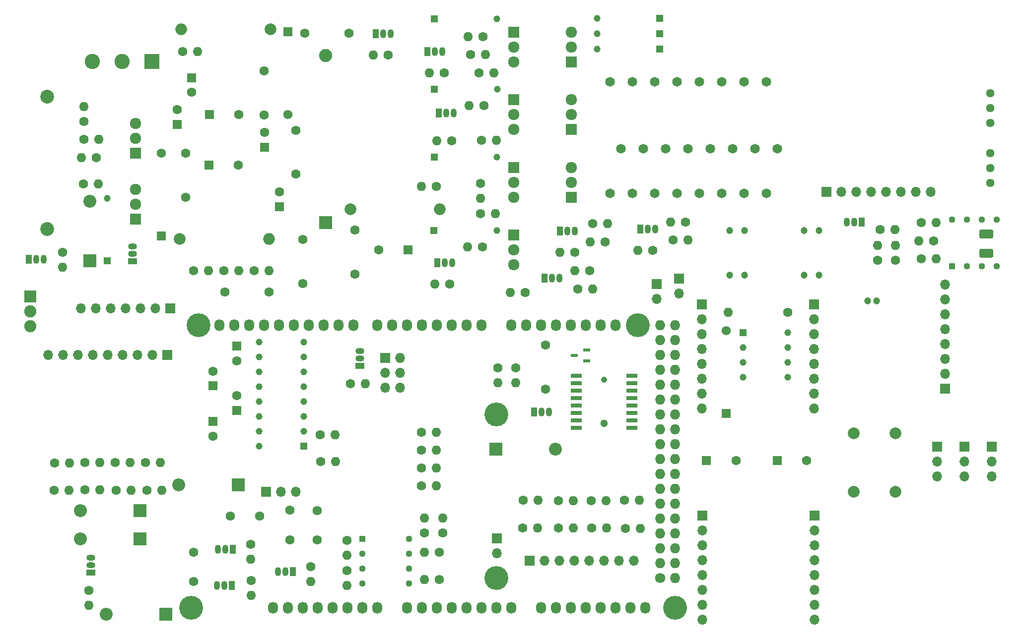
<source format=gbr>
%TF.GenerationSoftware,KiCad,Pcbnew,(6.0.0)*%
%TF.CreationDate,2022-07-15T19:40:24-07:00*%
%TF.ProjectId,AMS-Mega2560-Base,414d532d-4d65-4676-9132-3536302d4261,rev?*%
%TF.SameCoordinates,Original*%
%TF.FileFunction,Soldermask,Bot*%
%TF.FilePolarity,Negative*%
%FSLAX46Y46*%
G04 Gerber Fmt 4.6, Leading zero omitted, Abs format (unit mm)*
G04 Created by KiCad (PCBNEW (6.0.0)) date 2022-07-15 19:40:24*
%MOMM*%
%LPD*%
G01*
G04 APERTURE LIST*
G04 Aperture macros list*
%AMRoundRect*
0 Rectangle with rounded corners*
0 $1 Rounding radius*
0 $2 $3 $4 $5 $6 $7 $8 $9 X,Y pos of 4 corners*
0 Add a 4 corners polygon primitive as box body*
4,1,4,$2,$3,$4,$5,$6,$7,$8,$9,$2,$3,0*
0 Add four circle primitives for the rounded corners*
1,1,$1+$1,$2,$3*
1,1,$1+$1,$4,$5*
1,1,$1+$1,$6,$7*
1,1,$1+$1,$8,$9*
0 Add four rect primitives between the rounded corners*
20,1,$1+$1,$2,$3,$4,$5,0*
20,1,$1+$1,$4,$5,$6,$7,0*
20,1,$1+$1,$6,$7,$8,$9,0*
20,1,$1+$1,$8,$9,$2,$3,0*%
G04 Aperture macros list end*
%ADD10C,1.727200*%
%ADD11O,1.727200X1.727200*%
%ADD12O,1.727200X2.032000*%
%ADD13C,4.064000*%
%ADD14C,1.650000*%
%ADD15R,1.575000X1.575000*%
%ADD16C,1.575000*%
%ADD17R,2.200000X2.200000*%
%ADD18O,2.200000X2.200000*%
%ADD19R,1.050000X1.500000*%
%ADD20O,1.050000X1.500000*%
%ADD21C,1.600000*%
%ADD22O,1.600000X1.600000*%
%ADD23R,1.920000X1.920000*%
%ADD24C,1.920000*%
%ADD25R,1.600000X1.600000*%
%ADD26R,1.700000X1.700000*%
%ADD27O,1.700000X1.700000*%
%ADD28C,2.000000*%
%ADD29O,2.000000X2.000000*%
%ADD30R,1.500000X1.050000*%
%ADD31O,1.500000X1.050000*%
%ADD32R,2.250000X2.250000*%
%ADD33C,2.250000*%
%ADD34R,2.600000X2.600000*%
%ADD35C,2.600000*%
%ADD36C,1.200000*%
%ADD37R,1.150000X1.150000*%
%ADD38C,1.150000*%
%ADD39C,1.440000*%
%ADD40R,1.160000X1.160000*%
%ADD41C,1.160000*%
%ADD42R,2.085000X2.085000*%
%ADD43C,2.085000*%
%ADD44C,1.300000*%
%ADD45C,1.050000*%
%ADD46C,2.360000*%
%ADD47R,1.130000X1.130000*%
%ADD48C,1.130000*%
%ADD49R,1.250000X0.600000*%
%ADD50R,1.925000X0.650000*%
%ADD51RoundRect,0.250001X0.924999X-0.499999X0.924999X0.499999X-0.924999X0.499999X-0.924999X-0.499999X0*%
G04 APERTURE END LIST*
D10*
%TO.C,P4*%
X178021100Y-143971900D03*
D11*
X180561100Y-143971900D03*
X178021100Y-141431900D03*
X180561100Y-141431900D03*
X178021100Y-138891900D03*
X180561100Y-138891900D03*
X178021100Y-136351900D03*
X180561100Y-136351900D03*
X178021100Y-133811900D03*
X180561100Y-133811900D03*
X178021100Y-131271900D03*
X180561100Y-131271900D03*
X178021100Y-128731900D03*
X180561100Y-128731900D03*
X178021100Y-126191900D03*
X180561100Y-126191900D03*
X178021100Y-123651900D03*
X180561100Y-123651900D03*
X178021100Y-121111900D03*
X180561100Y-121111900D03*
X178021100Y-118571900D03*
X180561100Y-118571900D03*
X178021100Y-116031900D03*
X180561100Y-116031900D03*
X178021100Y-113491900D03*
X180561100Y-113491900D03*
X178021100Y-110951900D03*
X180561100Y-110951900D03*
X178021100Y-108411900D03*
X180561100Y-108411900D03*
X178021100Y-105871900D03*
X180561100Y-105871900D03*
X178021100Y-103331900D03*
X180561100Y-103331900D03*
X178021100Y-100791900D03*
X180561100Y-100791900D03*
%TD*%
D12*
%TO.C,P1*%
X111981100Y-149051900D03*
X114521100Y-149051900D03*
X117061100Y-149051900D03*
X119601100Y-149051900D03*
X122141100Y-149051900D03*
X124681100Y-149051900D03*
X127221100Y-149051900D03*
X129761100Y-149051900D03*
%TD*%
%TO.C,P2*%
X134841100Y-149051900D03*
X137381100Y-149051900D03*
X139921100Y-149051900D03*
X142461100Y-149051900D03*
X145001100Y-149051900D03*
X147541100Y-149051900D03*
X150081100Y-149051900D03*
X152621100Y-149051900D03*
%TD*%
%TO.C,P3*%
X157701100Y-149051900D03*
X160241100Y-149051900D03*
X162781100Y-149051900D03*
X165321100Y-149051900D03*
X167861100Y-149051900D03*
X170401100Y-149051900D03*
X172941100Y-149051900D03*
X175481100Y-149051900D03*
%TD*%
%TO.C,P5*%
X102837100Y-100791900D03*
X105377100Y-100791900D03*
X107917100Y-100791900D03*
X110457100Y-100791900D03*
X112997100Y-100791900D03*
X115537100Y-100791900D03*
X118077100Y-100791900D03*
X120617100Y-100791900D03*
X123157100Y-100791900D03*
X125697100Y-100791900D03*
%TD*%
%TO.C,P6*%
X129761100Y-100791900D03*
X132301100Y-100791900D03*
X134841100Y-100791900D03*
X137381100Y-100791900D03*
X139921100Y-100791900D03*
X142461100Y-100791900D03*
X145001100Y-100791900D03*
X147541100Y-100791900D03*
%TD*%
%TO.C,P7*%
X152621100Y-100791900D03*
X155161100Y-100791900D03*
X157701100Y-100791900D03*
X160241100Y-100791900D03*
X162781100Y-100791900D03*
X165321100Y-100791900D03*
X167861100Y-100791900D03*
X170401100Y-100791900D03*
%TD*%
D13*
%TO.C,P8*%
X98011100Y-149051900D03*
%TD*%
%TO.C,P9*%
X150081100Y-143971900D03*
%TD*%
%TO.C,P10*%
X180561100Y-149051900D03*
%TD*%
%TO.C,P11*%
X99281100Y-100791900D03*
%TD*%
%TO.C,P12*%
X150081100Y-116031900D03*
%TD*%
%TO.C,P13*%
X174211100Y-100791900D03*
%TD*%
D14*
%TO.C,J4*%
X196101600Y-78302400D03*
X198001600Y-70682400D03*
X196101600Y-59252400D03*
X192291600Y-78302400D03*
X194191600Y-70682400D03*
X192291600Y-59252400D03*
X188481600Y-78302400D03*
X190381600Y-70682400D03*
X188481600Y-59252400D03*
X184671600Y-78302400D03*
X186571600Y-70682400D03*
X184671600Y-59252400D03*
%TD*%
%TO.C,J5*%
X180857300Y-78302400D03*
X182757300Y-70682400D03*
X180857300Y-59252400D03*
X177047300Y-78302400D03*
X178947300Y-70682400D03*
X177047300Y-59252400D03*
X173237300Y-78302400D03*
X175137300Y-70682400D03*
X173237300Y-59252400D03*
X169427300Y-78302400D03*
X171327300Y-70682400D03*
X169427300Y-59252400D03*
%TD*%
D15*
%TO.C,D7*%
X92892200Y-85548400D03*
D16*
X92892200Y-71448400D03*
%TD*%
D17*
%TO.C,D10*%
X149922800Y-121993000D03*
D18*
X160082800Y-121993000D03*
%TD*%
D19*
%TO.C,Q8*%
X160890100Y-84718700D03*
D20*
X162160100Y-84718700D03*
X163430100Y-84718700D03*
%TD*%
D21*
%TO.C,R43*%
X168607800Y-86594000D03*
D22*
X166067800Y-86594000D03*
%TD*%
D17*
%TO.C,D1*%
X80706300Y-89808700D03*
D18*
X80706300Y-79648700D03*
%TD*%
D19*
%TO.C,Q16*%
X174624500Y-84413200D03*
D20*
X175894500Y-84413200D03*
X177164500Y-84413200D03*
%TD*%
D23*
%TO.C,Q13*%
X152969100Y-73847300D03*
D24*
X152969100Y-76387300D03*
X152969100Y-78927300D03*
%TD*%
D21*
%TO.C,R5*%
X108144700Y-138243300D03*
D22*
X108144700Y-140783300D03*
%TD*%
D21*
%TO.C,R65*%
X120056900Y-124116900D03*
D22*
X122596900Y-124116900D03*
%TD*%
D21*
%TO.C,R71*%
X172102200Y-135512100D03*
D22*
X174642200Y-135512100D03*
%TD*%
D21*
%TO.C,R56*%
X180195400Y-86247700D03*
D22*
X182735400Y-86247700D03*
%TD*%
D23*
%TO.C,Q6*%
X88471600Y-71436700D03*
D24*
X88471600Y-68896700D03*
X88471600Y-66356700D03*
%TD*%
D25*
%TO.C,C30*%
X197993900Y-123904500D03*
D21*
X202993900Y-123904500D03*
%TD*%
%TO.C,R59*%
X147774100Y-51494800D03*
D22*
X145234100Y-51494800D03*
%TD*%
D21*
%TO.C,R48*%
X147351500Y-76587800D03*
D22*
X147351500Y-79127800D03*
%TD*%
D21*
%TO.C,R64*%
X120006400Y-119516000D03*
D22*
X122546400Y-119516000D03*
%TD*%
D21*
%TO.C,R22*%
X139843100Y-77085100D03*
D22*
X137303100Y-77085100D03*
%TD*%
D21*
%TO.C,R41*%
X147061400Y-57723300D03*
D22*
X149601400Y-57723300D03*
%TD*%
D26*
%TO.C,J24*%
X181186800Y-92877800D03*
D27*
X181186800Y-95417800D03*
%TD*%
D28*
%TO.C,L2*%
X96052200Y-86102400D03*
D29*
X111292200Y-86102400D03*
%TD*%
D21*
%TO.C,R21*%
X79687400Y-66002600D03*
D22*
X79687400Y-63462600D03*
%TD*%
D21*
%TO.C,R61*%
X79730500Y-69077500D03*
D22*
X82270500Y-69077500D03*
%TD*%
D26*
%TO.C,T3*%
X185205600Y-133341400D03*
D27*
X185205600Y-135881400D03*
X185205600Y-138421400D03*
X185205600Y-140961400D03*
X185205600Y-143501400D03*
X185205600Y-146041400D03*
X185205600Y-148581400D03*
X185205600Y-151121400D03*
%TD*%
D15*
%TO.C,D8*%
X114476300Y-50716300D03*
D16*
X114476300Y-64816300D03*
%TD*%
D21*
%TO.C,R58*%
X145684100Y-54609900D03*
D22*
X148224100Y-54609900D03*
%TD*%
D19*
%TO.C,Q23*%
X70303900Y-89526600D03*
D20*
X71573900Y-89526600D03*
X72843900Y-89526600D03*
%TD*%
D30*
%TO.C,Q2*%
X80900100Y-143056000D03*
D31*
X80900100Y-141786000D03*
X80900100Y-140516000D03*
%TD*%
D32*
%TO.C,D6*%
X120888400Y-83319600D03*
D33*
X120888400Y-54719600D03*
%TD*%
D26*
%TO.C,J9*%
X110783000Y-129287000D03*
D27*
X113323000Y-129287000D03*
X115863000Y-129287000D03*
%TD*%
D30*
%TO.C,U2*%
X126761900Y-107716700D03*
D31*
X126761900Y-106446700D03*
X126761900Y-105176700D03*
%TD*%
D19*
%TO.C,Q24*%
X156465700Y-115613100D03*
D20*
X157735700Y-115613100D03*
X159005700Y-115613100D03*
%TD*%
D21*
%TO.C,L4*%
X199771300Y-98617200D03*
D22*
X189611300Y-98617200D03*
%TD*%
D19*
%TO.C,Q15*%
X140001700Y-90159900D03*
D20*
X141271700Y-90159900D03*
X142541700Y-90159900D03*
%TD*%
D21*
%TO.C,R31*%
X125172400Y-110772600D03*
D22*
X127712400Y-110772600D03*
%TD*%
D21*
%TO.C,R67*%
X137262100Y-122136700D03*
D22*
X139802100Y-122136700D03*
%TD*%
D21*
%TO.C,R24*%
X103527600Y-91520800D03*
D22*
X106067600Y-91520800D03*
%TD*%
D34*
%TO.C,J21*%
X91265200Y-55743100D03*
D35*
X86185200Y-55743100D03*
X81105200Y-55743100D03*
%TD*%
D26*
%TO.C,T4*%
X204282700Y-133341400D03*
D27*
X204282700Y-135881400D03*
X204282700Y-138421400D03*
X204282700Y-140961400D03*
X204282700Y-143501400D03*
X204282700Y-146041400D03*
X204282700Y-148581400D03*
X204282700Y-151121400D03*
%TD*%
D21*
%TO.C,C19*%
X103764500Y-95181000D03*
X111264500Y-95181000D03*
%TD*%
D36*
%TO.C,K1*%
X205074100Y-84663800D03*
X202534100Y-84663800D03*
X192374100Y-84663800D03*
X189834100Y-84663800D03*
X189834100Y-92283800D03*
X192374100Y-92283800D03*
X202534100Y-92283800D03*
X205074100Y-92283800D03*
%TD*%
D25*
%TO.C,C14*%
X113074300Y-80554800D03*
D21*
X113074300Y-78054800D03*
%TD*%
%TO.C,R46*%
X154933700Y-95182900D03*
D22*
X152393700Y-95182900D03*
%TD*%
D21*
%TO.C,R9*%
X118390500Y-142064600D03*
D22*
X118390500Y-144604600D03*
%TD*%
D21*
%TO.C,R72*%
X166193800Y-130785400D03*
D22*
X168733800Y-130785400D03*
%TD*%
D19*
%TO.C,Q19*%
X138302400Y-54077800D03*
D20*
X139572400Y-54077800D03*
X140842400Y-54077800D03*
%TD*%
D26*
%TO.C,J6*%
X93896800Y-105925600D03*
D27*
X91356800Y-105925600D03*
X88816800Y-105925600D03*
X86276800Y-105925600D03*
X83736800Y-105925600D03*
X81196800Y-105925600D03*
X78656800Y-105925600D03*
X76116800Y-105925600D03*
X73576800Y-105925600D03*
%TD*%
D21*
%TO.C,R37*%
X153369000Y-108072800D03*
D22*
X153369000Y-110612800D03*
%TD*%
D21*
%TO.C,C2*%
X119512100Y-132503500D03*
X119512100Y-137503500D03*
%TD*%
D23*
%TO.C,Q20*%
X152969100Y-50748700D03*
D24*
X152969100Y-53288700D03*
X152969100Y-55828700D03*
%TD*%
D21*
%TO.C,R33*%
X224611300Y-86399600D03*
D22*
X222071300Y-86399600D03*
%TD*%
D26*
%TO.C,J22*%
X94384900Y-97908600D03*
D27*
X91844900Y-97908600D03*
X89304900Y-97908600D03*
X86764900Y-97908600D03*
X84224900Y-97908600D03*
X81684900Y-97908600D03*
X79144900Y-97908600D03*
%TD*%
D21*
%TO.C,R2*%
X154518800Y-135417500D03*
D22*
X157058800Y-135417500D03*
%TD*%
D37*
%TO.C,Z5*%
X139400400Y-84637100D03*
D38*
X150100400Y-84637100D03*
%TD*%
D21*
%TO.C,C36*%
X158411400Y-104207200D03*
X158411400Y-111707200D03*
%TD*%
%TO.C,R49*%
X165995500Y-91505500D03*
D22*
X163455500Y-91505500D03*
%TD*%
D15*
%TO.C,D9*%
X189287900Y-115880600D03*
D16*
X189287900Y-101780600D03*
%TD*%
D21*
%TO.C,R1*%
X218111900Y-89695600D03*
D22*
X218111900Y-87155600D03*
%TD*%
D19*
%TO.C,Q12*%
X158237900Y-92748100D03*
D20*
X159507900Y-92748100D03*
X160777900Y-92748100D03*
%TD*%
D25*
%TO.C,C39*%
X105777600Y-104378800D03*
D21*
X105777600Y-106878800D03*
%TD*%
D25*
%TO.C,C40*%
X101718200Y-117243200D03*
D21*
X101718200Y-119743200D03*
%TD*%
%TO.C,R11*%
X74694700Y-124310600D03*
D22*
X77234700Y-124310600D03*
%TD*%
D21*
%TO.C,R8*%
X80495900Y-146081600D03*
D22*
X80495900Y-148621600D03*
%TD*%
D21*
%TO.C,C16*%
X115811000Y-75003600D03*
X115811000Y-67503600D03*
%TD*%
%TO.C,R10*%
X108188900Y-144400100D03*
D22*
X108188900Y-146940100D03*
%TD*%
D21*
%TO.C,R47*%
X147470900Y-69262600D03*
D22*
X150010900Y-69262600D03*
%TD*%
D39*
%TO.C,RV2*%
X234269300Y-71412700D03*
X234269300Y-73952700D03*
X234269300Y-76492700D03*
%TD*%
D21*
%TO.C,R12*%
X79646200Y-76718500D03*
D22*
X82186200Y-76718500D03*
%TD*%
D21*
%TO.C,R32*%
X222515100Y-83302700D03*
D22*
X225055100Y-83302700D03*
%TD*%
D19*
%TO.C,Q3*%
X115308000Y-142905600D03*
D20*
X114038000Y-142905600D03*
X112768000Y-142905600D03*
%TD*%
D40*
%TO.C,IC13*%
X192128300Y-102051900D03*
D41*
X192128300Y-104591900D03*
X192128300Y-107131900D03*
X192128300Y-109671900D03*
X199748300Y-109671900D03*
X199748300Y-107131900D03*
X199748300Y-104591900D03*
X199748300Y-102051900D03*
%TD*%
D26*
%TO.C,J8*%
X229872200Y-121547800D03*
D27*
X229872200Y-124087800D03*
X229872200Y-126627800D03*
%TD*%
D21*
%TO.C,R42*%
X147908100Y-63328600D03*
D22*
X145368100Y-63328600D03*
%TD*%
D21*
%TO.C,C15*%
X125959500Y-92097700D03*
X125959500Y-84597700D03*
%TD*%
%TO.C,R34*%
X222538900Y-89478600D03*
D22*
X225078900Y-89478600D03*
%TD*%
D25*
%TO.C,C18*%
X134997900Y-87964700D03*
D21*
X129997900Y-87964700D03*
%TD*%
D23*
%TO.C,Q17*%
X152969100Y-85396500D03*
D24*
X152969100Y-87936500D03*
X152969100Y-90476500D03*
%TD*%
D28*
%TO.C,C27*%
X211031400Y-119290600D03*
X211031400Y-129290600D03*
%TD*%
%TO.C,C29*%
X218110400Y-119260900D03*
X218110400Y-129260900D03*
%TD*%
D25*
%TO.C,C13*%
X110508700Y-70406100D03*
D21*
X110508700Y-67906100D03*
%TD*%
%TO.C,R69*%
X137248100Y-128241300D03*
D22*
X139788100Y-128241300D03*
%TD*%
D19*
%TO.C,Q11*%
X140261800Y-64541200D03*
D20*
X141531800Y-64541200D03*
X142801800Y-64541200D03*
%TD*%
D21*
%TO.C,R20*%
X154613400Y-130738100D03*
D22*
X157153400Y-130738100D03*
%TD*%
D21*
%TO.C,R66*%
X137262100Y-119061900D03*
D22*
X139802100Y-119061900D03*
%TD*%
D21*
%TO.C,R45*%
X142435400Y-69333500D03*
D22*
X139895400Y-69333500D03*
%TD*%
D42*
%TO.C,Q22*%
X70584100Y-95867200D03*
D43*
X70584100Y-98407200D03*
X70584100Y-100947200D03*
%TD*%
D21*
%TO.C,C1*%
X98393200Y-139624000D03*
X98393200Y-144624000D03*
%TD*%
D17*
%TO.C,D2*%
X106014900Y-128035400D03*
D18*
X95854900Y-128035400D03*
%TD*%
D21*
%TO.C,R16*%
X74643200Y-128969800D03*
D22*
X77183200Y-128969800D03*
%TD*%
D21*
%TO.C,C21*%
X124890200Y-50980700D03*
X117390200Y-50980700D03*
%TD*%
D26*
%TO.C,J3*%
X226581200Y-111690700D03*
D27*
X226581200Y-109150700D03*
X226581200Y-106610700D03*
X226581200Y-104070700D03*
X226581200Y-101530700D03*
X226581200Y-98990700D03*
X226581200Y-96450700D03*
X226581200Y-93910700D03*
%TD*%
D21*
%TO.C,R26*%
X96498000Y-54101900D03*
D22*
X99038000Y-54101900D03*
%TD*%
D21*
%TO.C,R18*%
X85160400Y-128969800D03*
D22*
X87700400Y-128969800D03*
%TD*%
D26*
%TO.C,T2*%
X185138800Y-97249500D03*
D27*
X185138800Y-99789500D03*
X185138800Y-102329500D03*
X185138800Y-104869500D03*
X185138800Y-107409500D03*
X185138800Y-109949500D03*
X185138800Y-112489500D03*
X185138800Y-115029500D03*
%TD*%
D21*
%TO.C,R27*%
X124580100Y-137553400D03*
D22*
X124580100Y-140093400D03*
%TD*%
D40*
%TO.C,IC17*%
X117227000Y-121483700D03*
D41*
X117227000Y-118943700D03*
X117227000Y-116403700D03*
X117227000Y-113863700D03*
X117227000Y-111323700D03*
X117227000Y-108783700D03*
X117227000Y-106243700D03*
X117227000Y-103703700D03*
X109607000Y-103703700D03*
X109607000Y-106243700D03*
X109607000Y-108783700D03*
X109607000Y-111323700D03*
X109607000Y-113863700D03*
X109607000Y-116403700D03*
X109607000Y-118943700D03*
X109607000Y-121483700D03*
%TD*%
D21*
%TO.C,R4*%
X160658800Y-135417500D03*
D22*
X163198800Y-135417500D03*
%TD*%
D44*
%TO.C,U3*%
X168461800Y-117557500D03*
D45*
X168461800Y-110107500D03*
%TD*%
D21*
%TO.C,R30*%
X140349900Y-139564900D03*
D22*
X137809900Y-139564900D03*
%TD*%
D37*
%TO.C,Z1*%
X139490600Y-60519100D03*
D38*
X150190600Y-60519100D03*
%TD*%
D21*
%TO.C,R60*%
X171913200Y-130738100D03*
D22*
X174453200Y-130738100D03*
%TD*%
D21*
%TO.C,R50*%
X163902400Y-94613000D03*
D22*
X166442400Y-94613000D03*
%TD*%
D25*
%TO.C,C28*%
X185902000Y-123934200D03*
D21*
X190902000Y-123934200D03*
%TD*%
D25*
%TO.C,C38*%
X101718200Y-111166200D03*
D21*
X101718200Y-108666200D03*
%TD*%
D37*
%TO.C,Z8*%
X83647500Y-89837000D03*
D38*
X83647500Y-79137000D03*
%TD*%
D37*
%TO.C,Z7*%
X139423800Y-48453400D03*
D38*
X150123800Y-48453400D03*
%TD*%
D37*
%TO.C,Z3*%
X139451700Y-72110600D03*
D38*
X150151700Y-72110600D03*
%TD*%
D46*
%TO.C,U1*%
X73402700Y-61747000D03*
X73402700Y-84347000D03*
%TD*%
D39*
%TO.C,RV1*%
X234282700Y-61210200D03*
X234282700Y-63750200D03*
X234282700Y-66290200D03*
%TD*%
D19*
%TO.C,Q7*%
X129439400Y-51033300D03*
D20*
X130709400Y-51033300D03*
X131979400Y-51033300D03*
%TD*%
D25*
%TO.C,C26*%
X101104300Y-64850900D03*
D21*
X106104300Y-64850900D03*
%TD*%
%TO.C,R25*%
X108692700Y-91511200D03*
D22*
X111232700Y-91511200D03*
%TD*%
D21*
%TO.C,C20*%
X97028100Y-78937300D03*
X97028100Y-71437300D03*
%TD*%
D26*
%TO.C,T1*%
X206318600Y-78031400D03*
D27*
X208858600Y-78031400D03*
X211398600Y-78031400D03*
X213938600Y-78031400D03*
X216478600Y-78031400D03*
X219018600Y-78031400D03*
X221558600Y-78031400D03*
X224098600Y-78031400D03*
%TD*%
D26*
%TO.C,J1*%
X234522200Y-121547800D03*
D27*
X234522200Y-124087800D03*
X234522200Y-126627800D03*
%TD*%
D21*
%TO.C,R29*%
X140349900Y-144204100D03*
D22*
X137809900Y-144204100D03*
%TD*%
D30*
%TO.C,Q5*%
X87981600Y-89848500D03*
D31*
X87981600Y-88578500D03*
X87981600Y-87308500D03*
%TD*%
D21*
%TO.C,R15*%
X90206200Y-124300000D03*
D22*
X92746200Y-124300000D03*
%TD*%
D25*
%TO.C,C22*%
X95632700Y-66514500D03*
D21*
X95632700Y-64014500D03*
%TD*%
D47*
%TO.C,IC12*%
X127218200Y-137301300D03*
D48*
X127218200Y-139841300D03*
X127218200Y-142381300D03*
X127218200Y-144921300D03*
X135158200Y-144921300D03*
X135158200Y-142381300D03*
X135158200Y-139841300D03*
X135158200Y-137301300D03*
%TD*%
D23*
%TO.C,Q14*%
X162856400Y-67378000D03*
D24*
X162856400Y-64838000D03*
X162856400Y-62298000D03*
%TD*%
D25*
%TO.C,C23*%
X101039200Y-73440900D03*
D21*
X106039200Y-73440900D03*
%TD*%
%TO.C,C4*%
X109658300Y-133418000D03*
X104658300Y-133418000D03*
%TD*%
%TO.C,R62*%
X81820500Y-72188200D03*
D22*
X79280500Y-72188200D03*
%TD*%
D26*
%TO.C,T5*%
X204215900Y-97249500D03*
D27*
X204215900Y-99789500D03*
X204215900Y-102329500D03*
X204215900Y-104869500D03*
X204215900Y-107409500D03*
X204215900Y-109949500D03*
X204215900Y-112489500D03*
X204215900Y-115029500D03*
%TD*%
D21*
%TO.C,R35*%
X215533800Y-84508000D03*
D22*
X218073800Y-84508000D03*
%TD*%
D21*
%TO.C,R53*%
X147321700Y-81789700D03*
D22*
X149861700Y-81789700D03*
%TD*%
D21*
%TO.C,R38*%
X150284600Y-108072800D03*
D22*
X150284600Y-110612800D03*
%TD*%
D21*
%TO.C,R55*%
X182285400Y-83181700D03*
D22*
X179745400Y-83181700D03*
%TD*%
D26*
%TO.C,J23*%
X177429000Y-93759200D03*
D27*
X177429000Y-96299200D03*
%TD*%
D21*
%TO.C,R52*%
X176759400Y-87990300D03*
D22*
X174219400Y-87990300D03*
%TD*%
D21*
%TO.C,C17*%
X117048200Y-86173200D03*
X117048200Y-93673200D03*
%TD*%
%TO.C,R44*%
X166497800Y-83480000D03*
D22*
X169037800Y-83480000D03*
%TD*%
D17*
%TO.C,D5*%
X89215600Y-132497900D03*
D18*
X79055600Y-132497900D03*
%TD*%
D36*
%TO.C,C32*%
X213364300Y-96645700D03*
X214864300Y-96645700D03*
%TD*%
D19*
%TO.C,Q25*%
X212398800Y-83214400D03*
D20*
X211128800Y-83214400D03*
X209858800Y-83214400D03*
%TD*%
D23*
%TO.C,Q21*%
X88471600Y-82669100D03*
D24*
X88471600Y-80129100D03*
X88471600Y-77589100D03*
%TD*%
D25*
%TO.C,C25*%
X98051600Y-58524400D03*
D21*
X98051600Y-61024400D03*
%TD*%
%TO.C,R19*%
X90456400Y-128969800D03*
D22*
X92996400Y-128969800D03*
%TD*%
D21*
%TO.C,R68*%
X137247800Y-125193500D03*
D22*
X139787800Y-125193500D03*
%TD*%
D21*
%TO.C,R70*%
X215032600Y-89695600D03*
D22*
X215032600Y-87155600D03*
%TD*%
D21*
%TO.C,R6*%
X140895900Y-136279400D03*
D22*
X140895900Y-133739400D03*
%TD*%
D21*
%TO.C,R54*%
X147711900Y-87463200D03*
D22*
X145171900Y-87463200D03*
%TD*%
D21*
%TO.C,R3*%
X160616300Y-130785400D03*
D22*
X163156300Y-130785400D03*
%TD*%
D21*
%TO.C,R28*%
X124586900Y-142739400D03*
D22*
X124586900Y-145279400D03*
%TD*%
D26*
%TO.C,J7*%
X131045500Y-106400900D03*
D27*
X133585500Y-106400900D03*
X131045500Y-108940900D03*
X133585500Y-108940900D03*
X131045500Y-111480900D03*
X133585500Y-111480900D03*
%TD*%
D21*
%TO.C,R40*%
X163398800Y-88349200D03*
D22*
X160858800Y-88349200D03*
%TD*%
D21*
%TO.C,C24*%
X110383600Y-57414700D03*
X110383600Y-64914700D03*
%TD*%
%TO.C,R39*%
X131603800Y-54678100D03*
D22*
X129063800Y-54678100D03*
%TD*%
D21*
%TO.C,R51*%
X142096800Y-93759800D03*
D22*
X139556800Y-93759800D03*
%TD*%
D26*
%TO.C,J2*%
X225222200Y-121547800D03*
D27*
X225222200Y-124087800D03*
X225222200Y-126627800D03*
%TD*%
D23*
%TO.C,Q9*%
X152969100Y-62298000D03*
D24*
X152969100Y-64838000D03*
X152969100Y-67378000D03*
%TD*%
D26*
%TO.C,J31*%
X150145600Y-137205600D03*
D27*
X150145600Y-139745600D03*
%TD*%
D21*
%TO.C,C3*%
X114841200Y-132433600D03*
X114841200Y-137433600D03*
%TD*%
%TO.C,R13*%
X79847600Y-124300000D03*
D22*
X82387600Y-124300000D03*
%TD*%
D17*
%TO.C,D4*%
X89215600Y-137290500D03*
D18*
X79055600Y-137290500D03*
%TD*%
D21*
%TO.C,R36*%
X166288400Y-135464800D03*
D22*
X168828400Y-135464800D03*
%TD*%
D26*
%TO.C,T6*%
X155695300Y-141069100D03*
D27*
X158235300Y-141069100D03*
X160775300Y-141069100D03*
X163315300Y-141069100D03*
X165855300Y-141069100D03*
X168395300Y-141069100D03*
X170935300Y-141069100D03*
X173475300Y-141069100D03*
%TD*%
D21*
%TO.C,R17*%
X79880700Y-128961300D03*
D22*
X82420700Y-128961300D03*
%TD*%
D21*
%TO.C,R63*%
X76015800Y-88348200D03*
D22*
X76015800Y-90888200D03*
%TD*%
D19*
%TO.C,Q1*%
X105116400Y-139102200D03*
D20*
X103846400Y-139102200D03*
X102576400Y-139102200D03*
%TD*%
D21*
%TO.C,R23*%
X98369900Y-91532800D03*
D22*
X100909900Y-91532800D03*
%TD*%
D25*
%TO.C,C37*%
X105777600Y-115358800D03*
D21*
X105777600Y-112858800D03*
%TD*%
D28*
%TO.C,L1*%
X125176300Y-81011700D03*
D29*
X140416300Y-81011700D03*
%TD*%
D19*
%TO.C,Q4*%
X104959000Y-145284700D03*
D20*
X103689000Y-145284700D03*
X102419000Y-145284700D03*
%TD*%
D47*
%TO.C,IC14*%
X227755400Y-90720400D03*
D48*
X230295400Y-90720400D03*
X232835400Y-90720400D03*
X235375400Y-90720400D03*
X235375400Y-82780400D03*
X232835400Y-82780400D03*
X230295400Y-82780400D03*
X227755400Y-82780400D03*
%TD*%
D21*
%TO.C,R7*%
X137809900Y-136273900D03*
D22*
X137809900Y-133733900D03*
%TD*%
D23*
%TO.C,Q10*%
X162809300Y-55828700D03*
D24*
X162809300Y-53288700D03*
X162809300Y-50748700D03*
%TD*%
D28*
%TO.C,L3*%
X111539800Y-50273700D03*
D29*
X96299800Y-50273700D03*
%TD*%
D23*
%TO.C,Q18*%
X162856400Y-78927300D03*
D24*
X162856400Y-76387300D03*
X162856400Y-73847300D03*
%TD*%
D17*
%TO.C,D3*%
X93649500Y-150182100D03*
D18*
X83489500Y-150182100D03*
%TD*%
D21*
%TO.C,R14*%
X85053400Y-124300000D03*
D22*
X87593400Y-124300000D03*
%TD*%
D21*
%TO.C,R57*%
X141143800Y-57709500D03*
D22*
X138603800Y-57709500D03*
%TD*%
D49*
%TO.C,IC19*%
X165471400Y-105049500D03*
X165471400Y-106949500D03*
X163371400Y-105999500D03*
%TD*%
D50*
%TO.C,IC16*%
X173122300Y-109425800D03*
X173122300Y-110695800D03*
X173122300Y-111965800D03*
X173122300Y-113235800D03*
X173122300Y-114505800D03*
X173122300Y-115775800D03*
X173122300Y-117045800D03*
X173122300Y-118315800D03*
X163698300Y-118315800D03*
X163698300Y-117045800D03*
X163698300Y-115775800D03*
X163698300Y-114505800D03*
X163698300Y-113235800D03*
X163698300Y-111965800D03*
X163698300Y-110695800D03*
X163698300Y-109425800D03*
%TD*%
D37*
%TO.C,Z2*%
X177929300Y-48427000D03*
D38*
X167229300Y-48427000D03*
%TD*%
D37*
%TO.C,Z6*%
X177929300Y-53623000D03*
D38*
X167229300Y-53623000D03*
%TD*%
D37*
%TO.C,Z4*%
X177929300Y-51059400D03*
D38*
X167229300Y-51059400D03*
%TD*%
D51*
%TO.C,C31*%
X233602600Y-88509900D03*
X233602600Y-85259900D03*
%TD*%
M02*

</source>
